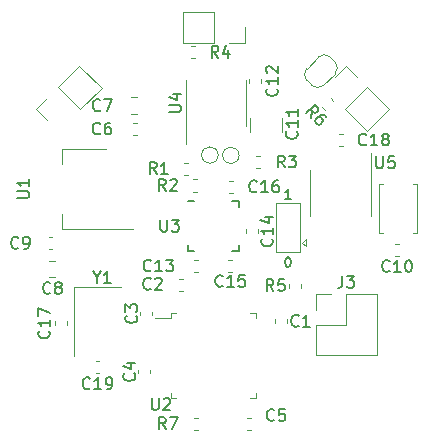
<source format=gbr>
%TF.GenerationSoftware,KiCad,Pcbnew,(5.1.6)-1*%
%TF.CreationDate,2020-09-12T21:12:53+02:00*%
%TF.ProjectId,shock absorber control + IMU v3,73686f63-6b20-4616-9273-6f7262657220,rev?*%
%TF.SameCoordinates,Original*%
%TF.FileFunction,Legend,Top*%
%TF.FilePolarity,Positive*%
%FSLAX46Y46*%
G04 Gerber Fmt 4.6, Leading zero omitted, Abs format (unit mm)*
G04 Created by KiCad (PCBNEW (5.1.6)-1) date 2020-09-12 21:12:53*
%MOMM*%
%LPD*%
G01*
G04 APERTURE LIST*
%ADD10C,0.150000*%
%ADD11C,0.120000*%
G04 APERTURE END LIST*
D10*
X151286904Y-97636904D02*
X151363095Y-97636904D01*
X151439285Y-97675000D01*
X151477380Y-97713095D01*
X151515476Y-97789285D01*
X151553571Y-97941666D01*
X151553571Y-98132142D01*
X151515476Y-98284523D01*
X151477380Y-98360714D01*
X151439285Y-98398809D01*
X151363095Y-98436904D01*
X151286904Y-98436904D01*
X151210714Y-98398809D01*
X151172619Y-98360714D01*
X151134523Y-98284523D01*
X151096428Y-98132142D01*
X151096428Y-97941666D01*
X151134523Y-97789285D01*
X151172619Y-97713095D01*
X151210714Y-97675000D01*
X151286904Y-97636904D01*
X151553571Y-92711904D02*
X151096428Y-92711904D01*
X151325000Y-92711904D02*
X151325000Y-91911904D01*
X151248809Y-92026190D01*
X151172619Y-92102380D01*
X151096428Y-92140476D01*
D11*
%TO.C,J3*%
X153670000Y-105970000D02*
X158870000Y-105970000D01*
X153670000Y-103370000D02*
X153670000Y-105970000D01*
X158870000Y-100770000D02*
X158870000Y-105970000D01*
X153670000Y-103370000D02*
X156270000Y-103370000D01*
X156270000Y-103370000D02*
X156270000Y-100770000D01*
X156270000Y-100770000D02*
X158870000Y-100770000D01*
X153670000Y-102100000D02*
X153670000Y-100770000D01*
X153670000Y-100770000D02*
X155000000Y-100770000D01*
%TO.C,R7*%
X143737779Y-112260000D02*
X143412221Y-112260000D01*
X143737779Y-111240000D02*
X143412221Y-111240000D01*
%TO.C,IN1*%
X147200000Y-89025000D02*
G75*
G03*
X147200000Y-89025000I-700000J0D01*
G01*
%TO.C,IN2*%
X145425000Y-89000000D02*
G75*
G03*
X145425000Y-89000000I-700000J0D01*
G01*
%TO.C,R3*%
X148962779Y-89100000D02*
X148637221Y-89100000D01*
X148962779Y-90120000D02*
X148637221Y-90120000D01*
%TO.C,C11*%
X150830000Y-87042064D02*
X150830000Y-85837936D01*
X148110000Y-87042064D02*
X148110000Y-85837936D01*
%TO.C,J4*%
X156182574Y-85138478D02*
X158063478Y-83257574D01*
X156182574Y-85138478D02*
X158021051Y-86976955D01*
X158021051Y-86976955D02*
X159901955Y-85096051D01*
X158063478Y-83257574D02*
X159901955Y-85096051D01*
X156225000Y-81419096D02*
X157165452Y-82359548D01*
X155284548Y-82359548D02*
X156225000Y-81419096D01*
%TO.C,J1*%
X133717427Y-85138477D02*
X131836523Y-83257573D01*
X133717427Y-85138477D02*
X135555904Y-83300000D01*
X135555904Y-83300000D02*
X133675000Y-81419096D01*
X131836523Y-83257573D02*
X133675000Y-81419096D01*
X129998045Y-85096051D02*
X130938497Y-84155599D01*
X130938497Y-86036503D02*
X129998045Y-85096051D01*
%TO.C,J2*%
X145055000Y-76845000D02*
X145055000Y-79505000D01*
X145055000Y-76845000D02*
X142455000Y-76845000D01*
X142455000Y-76845000D02*
X142455000Y-79505000D01*
X145055000Y-79505000D02*
X142455000Y-79505000D01*
X147655000Y-79505000D02*
X146325000Y-79505000D01*
X147655000Y-78175000D02*
X147655000Y-79505000D01*
%TO.C,C17*%
X132610000Y-103087221D02*
X132610000Y-103412779D01*
X131590000Y-103087221D02*
X131590000Y-103412779D01*
%TO.C,Y1*%
X137200000Y-100200000D02*
X133200000Y-100200000D01*
X133200000Y-100200000D02*
X133200000Y-106000000D01*
%TO.C,SW1*%
X162220000Y-91480000D02*
X162220000Y-95620000D01*
X159380000Y-95620000D02*
X159080000Y-95620000D01*
X159080000Y-95620000D02*
X159080000Y-91480000D01*
X161920000Y-91480000D02*
X162220000Y-91480000D01*
X159080000Y-91480000D02*
X159380000Y-91480000D01*
X162220000Y-95620000D02*
X161920000Y-95620000D01*
%TO.C,R6*%
X154447631Y-85143880D02*
X154217426Y-84913675D01*
X155168880Y-84422631D02*
X154938675Y-84192426D01*
%TO.C,JP2*%
X154897817Y-80687918D02*
X155322082Y-81112183D01*
X152917918Y-81677868D02*
X153907868Y-80687918D01*
X153342183Y-83092082D02*
X152917918Y-82667817D01*
X155322082Y-82102132D02*
X154332132Y-83092082D01*
X155322082Y-81112182D02*
G75*
G02*
X155322082Y-82102132I-494975J-494975D01*
G01*
X153907868Y-80687919D02*
G75*
G02*
X154897817Y-80687918I494975J-494974D01*
G01*
X152917918Y-82667818D02*
G75*
G02*
X152917918Y-81677868I494975J494975D01*
G01*
X154332132Y-83092081D02*
G75*
G02*
X153342183Y-83092082I-494975J494974D01*
G01*
%TO.C,U5*%
X153215000Y-92241000D02*
X153215000Y-94191000D01*
X153215000Y-92241000D02*
X153215000Y-90291000D01*
X158335000Y-92241000D02*
X158335000Y-94191000D01*
X158335000Y-92241000D02*
X158335000Y-88791000D01*
%TO.C,U4*%
X147785000Y-84575000D02*
X147785000Y-82625000D01*
X147785000Y-84575000D02*
X147785000Y-86525000D01*
X142665000Y-84575000D02*
X142665000Y-82625000D01*
X142665000Y-84575000D02*
X142665000Y-88025000D01*
%TO.C,C13*%
X143374721Y-97890000D02*
X143700279Y-97890000D01*
X143374721Y-98910000D02*
X143700279Y-98910000D01*
%TO.C,C1*%
X151235000Y-102912221D02*
X151235000Y-103237779D01*
X150215000Y-102912221D02*
X150215000Y-103237779D01*
%TO.C,C2*%
X142137221Y-100485000D02*
X142462779Y-100485000D01*
X142137221Y-99465000D02*
X142462779Y-99465000D01*
%TO.C,C3*%
X138790000Y-102575279D02*
X138790000Y-102249721D01*
X139810000Y-102575279D02*
X139810000Y-102249721D01*
%TO.C,C4*%
X139635000Y-107487779D02*
X139635000Y-107162221D01*
X138615000Y-107487779D02*
X138615000Y-107162221D01*
%TO.C,C5*%
X148200279Y-112260000D02*
X147874721Y-112260000D01*
X148200279Y-111240000D02*
X147874721Y-111240000D01*
%TO.C,C6*%
X138575279Y-86290000D02*
X138249721Y-86290000D01*
X138575279Y-87310000D02*
X138249721Y-87310000D01*
%TO.C,C7*%
X138546078Y-84115000D02*
X138028922Y-84115000D01*
X138546078Y-85535000D02*
X138028922Y-85535000D01*
%TO.C,C8*%
X131128922Y-97940000D02*
X131646078Y-97940000D01*
X131128922Y-99360000D02*
X131646078Y-99360000D01*
%TO.C,C9*%
X131062221Y-95965000D02*
X131387779Y-95965000D01*
X131062221Y-96985000D02*
X131387779Y-96985000D01*
%TO.C,C10*%
X160750279Y-96565000D02*
X160424721Y-96565000D01*
X160750279Y-97585000D02*
X160424721Y-97585000D01*
%TO.C,C12*%
X148040000Y-82562221D02*
X148040000Y-82887779D01*
X149060000Y-82562221D02*
X149060000Y-82887779D01*
%TO.C,C14*%
X147790000Y-95625279D02*
X147790000Y-95299721D01*
X148810000Y-95625279D02*
X148810000Y-95299721D01*
%TO.C,C15*%
X146287221Y-98935000D02*
X146612779Y-98935000D01*
X146287221Y-97915000D02*
X146612779Y-97915000D01*
%TO.C,C16*%
X146374721Y-91190000D02*
X146700279Y-91190000D01*
X146374721Y-92210000D02*
X146700279Y-92210000D01*
%TO.C,C18*%
X155637221Y-88235000D02*
X155962779Y-88235000D01*
X155637221Y-87215000D02*
X155962779Y-87215000D01*
%TO.C,C19*%
X135375279Y-106440000D02*
X135049721Y-106440000D01*
X135375279Y-107460000D02*
X135049721Y-107460000D01*
%TO.C,JP1*%
X150325000Y-97175000D02*
X150325000Y-93075000D01*
X150325000Y-93075000D02*
X152325000Y-93075000D01*
X152325000Y-93075000D02*
X152325000Y-97175000D01*
X152325000Y-97175000D02*
X150325000Y-97175000D01*
X152525000Y-96425000D02*
X152825000Y-96725000D01*
X152825000Y-96725000D02*
X152825000Y-96125000D01*
X152525000Y-96425000D02*
X152825000Y-96125000D01*
%TO.C,R1*%
X142524721Y-89640000D02*
X142850279Y-89640000D01*
X142524721Y-90660000D02*
X142850279Y-90660000D01*
%TO.C,R2*%
X143299721Y-92085000D02*
X143625279Y-92085000D01*
X143299721Y-91065000D02*
X143625279Y-91065000D01*
%TO.C,R4*%
X143487779Y-80810000D02*
X143162221Y-80810000D01*
X143487779Y-79790000D02*
X143162221Y-79790000D01*
%TO.C,R5*%
X152460000Y-100212779D02*
X152460000Y-99887221D01*
X151440000Y-100212779D02*
X151440000Y-99887221D01*
%TO.C,U1*%
X138175000Y-95285000D02*
X132165000Y-95285000D01*
X135925000Y-88465000D02*
X132165000Y-88465000D01*
X132165000Y-95285000D02*
X132165000Y-94025000D01*
X132165000Y-88465000D02*
X132165000Y-89725000D01*
%TO.C,U2*%
X141390000Y-102790000D02*
X140100000Y-102790000D01*
X141390000Y-102340000D02*
X141390000Y-102790000D01*
X141840000Y-102340000D02*
X141390000Y-102340000D01*
X148610000Y-102340000D02*
X148610000Y-102790000D01*
X148160000Y-102340000D02*
X148610000Y-102340000D01*
X141390000Y-109560000D02*
X141390000Y-109110000D01*
X141840000Y-109560000D02*
X141390000Y-109560000D01*
X148610000Y-109560000D02*
X148610000Y-109110000D01*
X148160000Y-109560000D02*
X148610000Y-109560000D01*
D10*
%TO.C,U3*%
X147150000Y-92850000D02*
X146625000Y-92850000D01*
X147150000Y-97150000D02*
X146625000Y-97150000D01*
X142850000Y-97150000D02*
X143375000Y-97150000D01*
X142850000Y-92850000D02*
X143375000Y-92850000D01*
X147150000Y-97150000D02*
X147150000Y-96625000D01*
X142850000Y-97150000D02*
X142850000Y-96625000D01*
X147150000Y-92850000D02*
X147150000Y-93375000D01*
%TO.C,J3*%
X155936666Y-99222380D02*
X155936666Y-99936666D01*
X155889047Y-100079523D01*
X155793809Y-100174761D01*
X155650952Y-100222380D01*
X155555714Y-100222380D01*
X156317619Y-99222380D02*
X156936666Y-99222380D01*
X156603333Y-99603333D01*
X156746190Y-99603333D01*
X156841428Y-99650952D01*
X156889047Y-99698571D01*
X156936666Y-99793809D01*
X156936666Y-100031904D01*
X156889047Y-100127142D01*
X156841428Y-100174761D01*
X156746190Y-100222380D01*
X156460476Y-100222380D01*
X156365238Y-100174761D01*
X156317619Y-100127142D01*
%TO.C,R7*%
X140983333Y-112202380D02*
X140650000Y-111726190D01*
X140411904Y-112202380D02*
X140411904Y-111202380D01*
X140792857Y-111202380D01*
X140888095Y-111250000D01*
X140935714Y-111297619D01*
X140983333Y-111392857D01*
X140983333Y-111535714D01*
X140935714Y-111630952D01*
X140888095Y-111678571D01*
X140792857Y-111726190D01*
X140411904Y-111726190D01*
X141316666Y-111202380D02*
X141983333Y-111202380D01*
X141554761Y-112202380D01*
%TO.C,R3*%
X151045833Y-90037380D02*
X150712500Y-89561190D01*
X150474404Y-90037380D02*
X150474404Y-89037380D01*
X150855357Y-89037380D01*
X150950595Y-89085000D01*
X150998214Y-89132619D01*
X151045833Y-89227857D01*
X151045833Y-89370714D01*
X150998214Y-89465952D01*
X150950595Y-89513571D01*
X150855357Y-89561190D01*
X150474404Y-89561190D01*
X151379166Y-89037380D02*
X151998214Y-89037380D01*
X151664880Y-89418333D01*
X151807738Y-89418333D01*
X151902976Y-89465952D01*
X151950595Y-89513571D01*
X151998214Y-89608809D01*
X151998214Y-89846904D01*
X151950595Y-89942142D01*
X151902976Y-89989761D01*
X151807738Y-90037380D01*
X151522023Y-90037380D01*
X151426785Y-89989761D01*
X151379166Y-89942142D01*
%TO.C,C11*%
X152057142Y-86992857D02*
X152104761Y-87040476D01*
X152152380Y-87183333D01*
X152152380Y-87278571D01*
X152104761Y-87421428D01*
X152009523Y-87516666D01*
X151914285Y-87564285D01*
X151723809Y-87611904D01*
X151580952Y-87611904D01*
X151390476Y-87564285D01*
X151295238Y-87516666D01*
X151200000Y-87421428D01*
X151152380Y-87278571D01*
X151152380Y-87183333D01*
X151200000Y-87040476D01*
X151247619Y-86992857D01*
X152152380Y-86040476D02*
X152152380Y-86611904D01*
X152152380Y-86326190D02*
X151152380Y-86326190D01*
X151295238Y-86421428D01*
X151390476Y-86516666D01*
X151438095Y-86611904D01*
X152152380Y-85088095D02*
X152152380Y-85659523D01*
X152152380Y-85373809D02*
X151152380Y-85373809D01*
X151295238Y-85469047D01*
X151390476Y-85564285D01*
X151438095Y-85659523D01*
%TO.C,C17*%
X131082142Y-103892857D02*
X131129761Y-103940476D01*
X131177380Y-104083333D01*
X131177380Y-104178571D01*
X131129761Y-104321428D01*
X131034523Y-104416666D01*
X130939285Y-104464285D01*
X130748809Y-104511904D01*
X130605952Y-104511904D01*
X130415476Y-104464285D01*
X130320238Y-104416666D01*
X130225000Y-104321428D01*
X130177380Y-104178571D01*
X130177380Y-104083333D01*
X130225000Y-103940476D01*
X130272619Y-103892857D01*
X131177380Y-102940476D02*
X131177380Y-103511904D01*
X131177380Y-103226190D02*
X130177380Y-103226190D01*
X130320238Y-103321428D01*
X130415476Y-103416666D01*
X130463095Y-103511904D01*
X130177380Y-102607142D02*
X130177380Y-101940476D01*
X131177380Y-102369047D01*
%TO.C,Y1*%
X135148809Y-99351190D02*
X135148809Y-99827380D01*
X134815476Y-98827380D02*
X135148809Y-99351190D01*
X135482142Y-98827380D01*
X136339285Y-99827380D02*
X135767857Y-99827380D01*
X136053571Y-99827380D02*
X136053571Y-98827380D01*
X135958333Y-98970238D01*
X135863095Y-99065476D01*
X135767857Y-99113095D01*
%TO.C,R6*%
X153280420Y-85845183D02*
X153381435Y-85272763D01*
X152876359Y-85441122D02*
X153583465Y-84734015D01*
X153852840Y-85003389D01*
X153886511Y-85104404D01*
X153886511Y-85171748D01*
X153852840Y-85272763D01*
X153751824Y-85373778D01*
X153650809Y-85407450D01*
X153583465Y-85407450D01*
X153482450Y-85373778D01*
X153213076Y-85104404D01*
X154593618Y-85744168D02*
X154458931Y-85609481D01*
X154357916Y-85575809D01*
X154290572Y-85575809D01*
X154122214Y-85609481D01*
X153953855Y-85710496D01*
X153684481Y-85979870D01*
X153650809Y-86080885D01*
X153650809Y-86148229D01*
X153684481Y-86249244D01*
X153819168Y-86383931D01*
X153920183Y-86417603D01*
X153987527Y-86417603D01*
X154088542Y-86383931D01*
X154256901Y-86215572D01*
X154290572Y-86114557D01*
X154290572Y-86047214D01*
X154256901Y-85946198D01*
X154122214Y-85811511D01*
X154021198Y-85777840D01*
X153953855Y-85777840D01*
X153852840Y-85811511D01*
%TO.C,U5*%
X158813095Y-89118380D02*
X158813095Y-89927904D01*
X158860714Y-90023142D01*
X158908333Y-90070761D01*
X159003571Y-90118380D01*
X159194047Y-90118380D01*
X159289285Y-90070761D01*
X159336904Y-90023142D01*
X159384523Y-89927904D01*
X159384523Y-89118380D01*
X160336904Y-89118380D02*
X159860714Y-89118380D01*
X159813095Y-89594571D01*
X159860714Y-89546952D01*
X159955952Y-89499333D01*
X160194047Y-89499333D01*
X160289285Y-89546952D01*
X160336904Y-89594571D01*
X160384523Y-89689809D01*
X160384523Y-89927904D01*
X160336904Y-90023142D01*
X160289285Y-90070761D01*
X160194047Y-90118380D01*
X159955952Y-90118380D01*
X159860714Y-90070761D01*
X159813095Y-90023142D01*
%TO.C,U4*%
X141277380Y-85336904D02*
X142086904Y-85336904D01*
X142182142Y-85289285D01*
X142229761Y-85241666D01*
X142277380Y-85146428D01*
X142277380Y-84955952D01*
X142229761Y-84860714D01*
X142182142Y-84813095D01*
X142086904Y-84765476D01*
X141277380Y-84765476D01*
X141610714Y-83860714D02*
X142277380Y-83860714D01*
X141229761Y-84098809D02*
X141944047Y-84336904D01*
X141944047Y-83717857D01*
%TO.C,C13*%
X139732142Y-98757142D02*
X139684523Y-98804761D01*
X139541666Y-98852380D01*
X139446428Y-98852380D01*
X139303571Y-98804761D01*
X139208333Y-98709523D01*
X139160714Y-98614285D01*
X139113095Y-98423809D01*
X139113095Y-98280952D01*
X139160714Y-98090476D01*
X139208333Y-97995238D01*
X139303571Y-97900000D01*
X139446428Y-97852380D01*
X139541666Y-97852380D01*
X139684523Y-97900000D01*
X139732142Y-97947619D01*
X140684523Y-98852380D02*
X140113095Y-98852380D01*
X140398809Y-98852380D02*
X140398809Y-97852380D01*
X140303571Y-97995238D01*
X140208333Y-98090476D01*
X140113095Y-98138095D01*
X141017857Y-97852380D02*
X141636904Y-97852380D01*
X141303571Y-98233333D01*
X141446428Y-98233333D01*
X141541666Y-98280952D01*
X141589285Y-98328571D01*
X141636904Y-98423809D01*
X141636904Y-98661904D01*
X141589285Y-98757142D01*
X141541666Y-98804761D01*
X141446428Y-98852380D01*
X141160714Y-98852380D01*
X141065476Y-98804761D01*
X141017857Y-98757142D01*
%TO.C,C1*%
X152233333Y-103432142D02*
X152185714Y-103479761D01*
X152042857Y-103527380D01*
X151947619Y-103527380D01*
X151804761Y-103479761D01*
X151709523Y-103384523D01*
X151661904Y-103289285D01*
X151614285Y-103098809D01*
X151614285Y-102955952D01*
X151661904Y-102765476D01*
X151709523Y-102670238D01*
X151804761Y-102575000D01*
X151947619Y-102527380D01*
X152042857Y-102527380D01*
X152185714Y-102575000D01*
X152233333Y-102622619D01*
X153185714Y-103527380D02*
X152614285Y-103527380D01*
X152900000Y-103527380D02*
X152900000Y-102527380D01*
X152804761Y-102670238D01*
X152709523Y-102765476D01*
X152614285Y-102813095D01*
%TO.C,C2*%
X139708333Y-100307142D02*
X139660714Y-100354761D01*
X139517857Y-100402380D01*
X139422619Y-100402380D01*
X139279761Y-100354761D01*
X139184523Y-100259523D01*
X139136904Y-100164285D01*
X139089285Y-99973809D01*
X139089285Y-99830952D01*
X139136904Y-99640476D01*
X139184523Y-99545238D01*
X139279761Y-99450000D01*
X139422619Y-99402380D01*
X139517857Y-99402380D01*
X139660714Y-99450000D01*
X139708333Y-99497619D01*
X140089285Y-99497619D02*
X140136904Y-99450000D01*
X140232142Y-99402380D01*
X140470238Y-99402380D01*
X140565476Y-99450000D01*
X140613095Y-99497619D01*
X140660714Y-99592857D01*
X140660714Y-99688095D01*
X140613095Y-99830952D01*
X140041666Y-100402380D01*
X140660714Y-100402380D01*
%TO.C,C3*%
X138482142Y-102591666D02*
X138529761Y-102639285D01*
X138577380Y-102782142D01*
X138577380Y-102877380D01*
X138529761Y-103020238D01*
X138434523Y-103115476D01*
X138339285Y-103163095D01*
X138148809Y-103210714D01*
X138005952Y-103210714D01*
X137815476Y-103163095D01*
X137720238Y-103115476D01*
X137625000Y-103020238D01*
X137577380Y-102877380D01*
X137577380Y-102782142D01*
X137625000Y-102639285D01*
X137672619Y-102591666D01*
X137577380Y-102258333D02*
X137577380Y-101639285D01*
X137958333Y-101972619D01*
X137958333Y-101829761D01*
X138005952Y-101734523D01*
X138053571Y-101686904D01*
X138148809Y-101639285D01*
X138386904Y-101639285D01*
X138482142Y-101686904D01*
X138529761Y-101734523D01*
X138577380Y-101829761D01*
X138577380Y-102115476D01*
X138529761Y-102210714D01*
X138482142Y-102258333D01*
%TO.C,C4*%
X138307142Y-107491666D02*
X138354761Y-107539285D01*
X138402380Y-107682142D01*
X138402380Y-107777380D01*
X138354761Y-107920238D01*
X138259523Y-108015476D01*
X138164285Y-108063095D01*
X137973809Y-108110714D01*
X137830952Y-108110714D01*
X137640476Y-108063095D01*
X137545238Y-108015476D01*
X137450000Y-107920238D01*
X137402380Y-107777380D01*
X137402380Y-107682142D01*
X137450000Y-107539285D01*
X137497619Y-107491666D01*
X137735714Y-106634523D02*
X138402380Y-106634523D01*
X137354761Y-106872619D02*
X138069047Y-107110714D01*
X138069047Y-106491666D01*
%TO.C,C5*%
X150158333Y-111407142D02*
X150110714Y-111454761D01*
X149967857Y-111502380D01*
X149872619Y-111502380D01*
X149729761Y-111454761D01*
X149634523Y-111359523D01*
X149586904Y-111264285D01*
X149539285Y-111073809D01*
X149539285Y-110930952D01*
X149586904Y-110740476D01*
X149634523Y-110645238D01*
X149729761Y-110550000D01*
X149872619Y-110502380D01*
X149967857Y-110502380D01*
X150110714Y-110550000D01*
X150158333Y-110597619D01*
X151063095Y-110502380D02*
X150586904Y-110502380D01*
X150539285Y-110978571D01*
X150586904Y-110930952D01*
X150682142Y-110883333D01*
X150920238Y-110883333D01*
X151015476Y-110930952D01*
X151063095Y-110978571D01*
X151110714Y-111073809D01*
X151110714Y-111311904D01*
X151063095Y-111407142D01*
X151015476Y-111454761D01*
X150920238Y-111502380D01*
X150682142Y-111502380D01*
X150586904Y-111454761D01*
X150539285Y-111407142D01*
%TO.C,C6*%
X135433333Y-87157142D02*
X135385714Y-87204761D01*
X135242857Y-87252380D01*
X135147619Y-87252380D01*
X135004761Y-87204761D01*
X134909523Y-87109523D01*
X134861904Y-87014285D01*
X134814285Y-86823809D01*
X134814285Y-86680952D01*
X134861904Y-86490476D01*
X134909523Y-86395238D01*
X135004761Y-86300000D01*
X135147619Y-86252380D01*
X135242857Y-86252380D01*
X135385714Y-86300000D01*
X135433333Y-86347619D01*
X136290476Y-86252380D02*
X136100000Y-86252380D01*
X136004761Y-86300000D01*
X135957142Y-86347619D01*
X135861904Y-86490476D01*
X135814285Y-86680952D01*
X135814285Y-87061904D01*
X135861904Y-87157142D01*
X135909523Y-87204761D01*
X136004761Y-87252380D01*
X136195238Y-87252380D01*
X136290476Y-87204761D01*
X136338095Y-87157142D01*
X136385714Y-87061904D01*
X136385714Y-86823809D01*
X136338095Y-86728571D01*
X136290476Y-86680952D01*
X136195238Y-86633333D01*
X136004761Y-86633333D01*
X135909523Y-86680952D01*
X135861904Y-86728571D01*
X135814285Y-86823809D01*
%TO.C,C7*%
X135433333Y-85182142D02*
X135385714Y-85229761D01*
X135242857Y-85277380D01*
X135147619Y-85277380D01*
X135004761Y-85229761D01*
X134909523Y-85134523D01*
X134861904Y-85039285D01*
X134814285Y-84848809D01*
X134814285Y-84705952D01*
X134861904Y-84515476D01*
X134909523Y-84420238D01*
X135004761Y-84325000D01*
X135147619Y-84277380D01*
X135242857Y-84277380D01*
X135385714Y-84325000D01*
X135433333Y-84372619D01*
X135766666Y-84277380D02*
X136433333Y-84277380D01*
X136004761Y-85277380D01*
%TO.C,C8*%
X131208333Y-100657142D02*
X131160714Y-100704761D01*
X131017857Y-100752380D01*
X130922619Y-100752380D01*
X130779761Y-100704761D01*
X130684523Y-100609523D01*
X130636904Y-100514285D01*
X130589285Y-100323809D01*
X130589285Y-100180952D01*
X130636904Y-99990476D01*
X130684523Y-99895238D01*
X130779761Y-99800000D01*
X130922619Y-99752380D01*
X131017857Y-99752380D01*
X131160714Y-99800000D01*
X131208333Y-99847619D01*
X131779761Y-100180952D02*
X131684523Y-100133333D01*
X131636904Y-100085714D01*
X131589285Y-99990476D01*
X131589285Y-99942857D01*
X131636904Y-99847619D01*
X131684523Y-99800000D01*
X131779761Y-99752380D01*
X131970238Y-99752380D01*
X132065476Y-99800000D01*
X132113095Y-99847619D01*
X132160714Y-99942857D01*
X132160714Y-99990476D01*
X132113095Y-100085714D01*
X132065476Y-100133333D01*
X131970238Y-100180952D01*
X131779761Y-100180952D01*
X131684523Y-100228571D01*
X131636904Y-100276190D01*
X131589285Y-100371428D01*
X131589285Y-100561904D01*
X131636904Y-100657142D01*
X131684523Y-100704761D01*
X131779761Y-100752380D01*
X131970238Y-100752380D01*
X132065476Y-100704761D01*
X132113095Y-100657142D01*
X132160714Y-100561904D01*
X132160714Y-100371428D01*
X132113095Y-100276190D01*
X132065476Y-100228571D01*
X131970238Y-100180952D01*
%TO.C,C9*%
X128508333Y-96832142D02*
X128460714Y-96879761D01*
X128317857Y-96927380D01*
X128222619Y-96927380D01*
X128079761Y-96879761D01*
X127984523Y-96784523D01*
X127936904Y-96689285D01*
X127889285Y-96498809D01*
X127889285Y-96355952D01*
X127936904Y-96165476D01*
X127984523Y-96070238D01*
X128079761Y-95975000D01*
X128222619Y-95927380D01*
X128317857Y-95927380D01*
X128460714Y-95975000D01*
X128508333Y-96022619D01*
X128984523Y-96927380D02*
X129175000Y-96927380D01*
X129270238Y-96879761D01*
X129317857Y-96832142D01*
X129413095Y-96689285D01*
X129460714Y-96498809D01*
X129460714Y-96117857D01*
X129413095Y-96022619D01*
X129365476Y-95975000D01*
X129270238Y-95927380D01*
X129079761Y-95927380D01*
X128984523Y-95975000D01*
X128936904Y-96022619D01*
X128889285Y-96117857D01*
X128889285Y-96355952D01*
X128936904Y-96451190D01*
X128984523Y-96498809D01*
X129079761Y-96546428D01*
X129270238Y-96546428D01*
X129365476Y-96498809D01*
X129413095Y-96451190D01*
X129460714Y-96355952D01*
%TO.C,C10*%
X159932142Y-98807142D02*
X159884523Y-98854761D01*
X159741666Y-98902380D01*
X159646428Y-98902380D01*
X159503571Y-98854761D01*
X159408333Y-98759523D01*
X159360714Y-98664285D01*
X159313095Y-98473809D01*
X159313095Y-98330952D01*
X159360714Y-98140476D01*
X159408333Y-98045238D01*
X159503571Y-97950000D01*
X159646428Y-97902380D01*
X159741666Y-97902380D01*
X159884523Y-97950000D01*
X159932142Y-97997619D01*
X160884523Y-98902380D02*
X160313095Y-98902380D01*
X160598809Y-98902380D02*
X160598809Y-97902380D01*
X160503571Y-98045238D01*
X160408333Y-98140476D01*
X160313095Y-98188095D01*
X161503571Y-97902380D02*
X161598809Y-97902380D01*
X161694047Y-97950000D01*
X161741666Y-97997619D01*
X161789285Y-98092857D01*
X161836904Y-98283333D01*
X161836904Y-98521428D01*
X161789285Y-98711904D01*
X161741666Y-98807142D01*
X161694047Y-98854761D01*
X161598809Y-98902380D01*
X161503571Y-98902380D01*
X161408333Y-98854761D01*
X161360714Y-98807142D01*
X161313095Y-98711904D01*
X161265476Y-98521428D01*
X161265476Y-98283333D01*
X161313095Y-98092857D01*
X161360714Y-97997619D01*
X161408333Y-97950000D01*
X161503571Y-97902380D01*
%TO.C,C12*%
X150382142Y-83367857D02*
X150429761Y-83415476D01*
X150477380Y-83558333D01*
X150477380Y-83653571D01*
X150429761Y-83796428D01*
X150334523Y-83891666D01*
X150239285Y-83939285D01*
X150048809Y-83986904D01*
X149905952Y-83986904D01*
X149715476Y-83939285D01*
X149620238Y-83891666D01*
X149525000Y-83796428D01*
X149477380Y-83653571D01*
X149477380Y-83558333D01*
X149525000Y-83415476D01*
X149572619Y-83367857D01*
X150477380Y-82415476D02*
X150477380Y-82986904D01*
X150477380Y-82701190D02*
X149477380Y-82701190D01*
X149620238Y-82796428D01*
X149715476Y-82891666D01*
X149763095Y-82986904D01*
X149572619Y-82034523D02*
X149525000Y-81986904D01*
X149477380Y-81891666D01*
X149477380Y-81653571D01*
X149525000Y-81558333D01*
X149572619Y-81510714D01*
X149667857Y-81463095D01*
X149763095Y-81463095D01*
X149905952Y-81510714D01*
X150477380Y-82082142D01*
X150477380Y-81463095D01*
%TO.C,C14*%
X149957142Y-96092857D02*
X150004761Y-96140476D01*
X150052380Y-96283333D01*
X150052380Y-96378571D01*
X150004761Y-96521428D01*
X149909523Y-96616666D01*
X149814285Y-96664285D01*
X149623809Y-96711904D01*
X149480952Y-96711904D01*
X149290476Y-96664285D01*
X149195238Y-96616666D01*
X149100000Y-96521428D01*
X149052380Y-96378571D01*
X149052380Y-96283333D01*
X149100000Y-96140476D01*
X149147619Y-96092857D01*
X150052380Y-95140476D02*
X150052380Y-95711904D01*
X150052380Y-95426190D02*
X149052380Y-95426190D01*
X149195238Y-95521428D01*
X149290476Y-95616666D01*
X149338095Y-95711904D01*
X149385714Y-94283333D02*
X150052380Y-94283333D01*
X149004761Y-94521428D02*
X149719047Y-94759523D01*
X149719047Y-94140476D01*
%TO.C,C15*%
X145807142Y-100057142D02*
X145759523Y-100104761D01*
X145616666Y-100152380D01*
X145521428Y-100152380D01*
X145378571Y-100104761D01*
X145283333Y-100009523D01*
X145235714Y-99914285D01*
X145188095Y-99723809D01*
X145188095Y-99580952D01*
X145235714Y-99390476D01*
X145283333Y-99295238D01*
X145378571Y-99200000D01*
X145521428Y-99152380D01*
X145616666Y-99152380D01*
X145759523Y-99200000D01*
X145807142Y-99247619D01*
X146759523Y-100152380D02*
X146188095Y-100152380D01*
X146473809Y-100152380D02*
X146473809Y-99152380D01*
X146378571Y-99295238D01*
X146283333Y-99390476D01*
X146188095Y-99438095D01*
X147664285Y-99152380D02*
X147188095Y-99152380D01*
X147140476Y-99628571D01*
X147188095Y-99580952D01*
X147283333Y-99533333D01*
X147521428Y-99533333D01*
X147616666Y-99580952D01*
X147664285Y-99628571D01*
X147711904Y-99723809D01*
X147711904Y-99961904D01*
X147664285Y-100057142D01*
X147616666Y-100104761D01*
X147521428Y-100152380D01*
X147283333Y-100152380D01*
X147188095Y-100104761D01*
X147140476Y-100057142D01*
%TO.C,C16*%
X148682142Y-92057142D02*
X148634523Y-92104761D01*
X148491666Y-92152380D01*
X148396428Y-92152380D01*
X148253571Y-92104761D01*
X148158333Y-92009523D01*
X148110714Y-91914285D01*
X148063095Y-91723809D01*
X148063095Y-91580952D01*
X148110714Y-91390476D01*
X148158333Y-91295238D01*
X148253571Y-91200000D01*
X148396428Y-91152380D01*
X148491666Y-91152380D01*
X148634523Y-91200000D01*
X148682142Y-91247619D01*
X149634523Y-92152380D02*
X149063095Y-92152380D01*
X149348809Y-92152380D02*
X149348809Y-91152380D01*
X149253571Y-91295238D01*
X149158333Y-91390476D01*
X149063095Y-91438095D01*
X150491666Y-91152380D02*
X150301190Y-91152380D01*
X150205952Y-91200000D01*
X150158333Y-91247619D01*
X150063095Y-91390476D01*
X150015476Y-91580952D01*
X150015476Y-91961904D01*
X150063095Y-92057142D01*
X150110714Y-92104761D01*
X150205952Y-92152380D01*
X150396428Y-92152380D01*
X150491666Y-92104761D01*
X150539285Y-92057142D01*
X150586904Y-91961904D01*
X150586904Y-91723809D01*
X150539285Y-91628571D01*
X150491666Y-91580952D01*
X150396428Y-91533333D01*
X150205952Y-91533333D01*
X150110714Y-91580952D01*
X150063095Y-91628571D01*
X150015476Y-91723809D01*
%TO.C,C18*%
X157957142Y-88082142D02*
X157909523Y-88129761D01*
X157766666Y-88177380D01*
X157671428Y-88177380D01*
X157528571Y-88129761D01*
X157433333Y-88034523D01*
X157385714Y-87939285D01*
X157338095Y-87748809D01*
X157338095Y-87605952D01*
X157385714Y-87415476D01*
X157433333Y-87320238D01*
X157528571Y-87225000D01*
X157671428Y-87177380D01*
X157766666Y-87177380D01*
X157909523Y-87225000D01*
X157957142Y-87272619D01*
X158909523Y-88177380D02*
X158338095Y-88177380D01*
X158623809Y-88177380D02*
X158623809Y-87177380D01*
X158528571Y-87320238D01*
X158433333Y-87415476D01*
X158338095Y-87463095D01*
X159480952Y-87605952D02*
X159385714Y-87558333D01*
X159338095Y-87510714D01*
X159290476Y-87415476D01*
X159290476Y-87367857D01*
X159338095Y-87272619D01*
X159385714Y-87225000D01*
X159480952Y-87177380D01*
X159671428Y-87177380D01*
X159766666Y-87225000D01*
X159814285Y-87272619D01*
X159861904Y-87367857D01*
X159861904Y-87415476D01*
X159814285Y-87510714D01*
X159766666Y-87558333D01*
X159671428Y-87605952D01*
X159480952Y-87605952D01*
X159385714Y-87653571D01*
X159338095Y-87701190D01*
X159290476Y-87796428D01*
X159290476Y-87986904D01*
X159338095Y-88082142D01*
X159385714Y-88129761D01*
X159480952Y-88177380D01*
X159671428Y-88177380D01*
X159766666Y-88129761D01*
X159814285Y-88082142D01*
X159861904Y-87986904D01*
X159861904Y-87796428D01*
X159814285Y-87701190D01*
X159766666Y-87653571D01*
X159671428Y-87605952D01*
%TO.C,C19*%
X134569642Y-108737142D02*
X134522023Y-108784761D01*
X134379166Y-108832380D01*
X134283928Y-108832380D01*
X134141071Y-108784761D01*
X134045833Y-108689523D01*
X133998214Y-108594285D01*
X133950595Y-108403809D01*
X133950595Y-108260952D01*
X133998214Y-108070476D01*
X134045833Y-107975238D01*
X134141071Y-107880000D01*
X134283928Y-107832380D01*
X134379166Y-107832380D01*
X134522023Y-107880000D01*
X134569642Y-107927619D01*
X135522023Y-108832380D02*
X134950595Y-108832380D01*
X135236309Y-108832380D02*
X135236309Y-107832380D01*
X135141071Y-107975238D01*
X135045833Y-108070476D01*
X134950595Y-108118095D01*
X135998214Y-108832380D02*
X136188690Y-108832380D01*
X136283928Y-108784761D01*
X136331547Y-108737142D01*
X136426785Y-108594285D01*
X136474404Y-108403809D01*
X136474404Y-108022857D01*
X136426785Y-107927619D01*
X136379166Y-107880000D01*
X136283928Y-107832380D01*
X136093452Y-107832380D01*
X135998214Y-107880000D01*
X135950595Y-107927619D01*
X135902976Y-108022857D01*
X135902976Y-108260952D01*
X135950595Y-108356190D01*
X135998214Y-108403809D01*
X136093452Y-108451428D01*
X136283928Y-108451428D01*
X136379166Y-108403809D01*
X136426785Y-108356190D01*
X136474404Y-108260952D01*
%TO.C,R1*%
X140208333Y-90602380D02*
X139875000Y-90126190D01*
X139636904Y-90602380D02*
X139636904Y-89602380D01*
X140017857Y-89602380D01*
X140113095Y-89650000D01*
X140160714Y-89697619D01*
X140208333Y-89792857D01*
X140208333Y-89935714D01*
X140160714Y-90030952D01*
X140113095Y-90078571D01*
X140017857Y-90126190D01*
X139636904Y-90126190D01*
X141160714Y-90602380D02*
X140589285Y-90602380D01*
X140875000Y-90602380D02*
X140875000Y-89602380D01*
X140779761Y-89745238D01*
X140684523Y-89840476D01*
X140589285Y-89888095D01*
%TO.C,R2*%
X140970833Y-92027380D02*
X140637500Y-91551190D01*
X140399404Y-92027380D02*
X140399404Y-91027380D01*
X140780357Y-91027380D01*
X140875595Y-91075000D01*
X140923214Y-91122619D01*
X140970833Y-91217857D01*
X140970833Y-91360714D01*
X140923214Y-91455952D01*
X140875595Y-91503571D01*
X140780357Y-91551190D01*
X140399404Y-91551190D01*
X141351785Y-91122619D02*
X141399404Y-91075000D01*
X141494642Y-91027380D01*
X141732738Y-91027380D01*
X141827976Y-91075000D01*
X141875595Y-91122619D01*
X141923214Y-91217857D01*
X141923214Y-91313095D01*
X141875595Y-91455952D01*
X141304166Y-92027380D01*
X141923214Y-92027380D01*
%TO.C,R4*%
X145433333Y-80752380D02*
X145100000Y-80276190D01*
X144861904Y-80752380D02*
X144861904Y-79752380D01*
X145242857Y-79752380D01*
X145338095Y-79800000D01*
X145385714Y-79847619D01*
X145433333Y-79942857D01*
X145433333Y-80085714D01*
X145385714Y-80180952D01*
X145338095Y-80228571D01*
X145242857Y-80276190D01*
X144861904Y-80276190D01*
X146290476Y-80085714D02*
X146290476Y-80752380D01*
X146052380Y-79704761D02*
X145814285Y-80419047D01*
X146433333Y-80419047D01*
%TO.C,R5*%
X150108333Y-100502380D02*
X149775000Y-100026190D01*
X149536904Y-100502380D02*
X149536904Y-99502380D01*
X149917857Y-99502380D01*
X150013095Y-99550000D01*
X150060714Y-99597619D01*
X150108333Y-99692857D01*
X150108333Y-99835714D01*
X150060714Y-99930952D01*
X150013095Y-99978571D01*
X149917857Y-100026190D01*
X149536904Y-100026190D01*
X151013095Y-99502380D02*
X150536904Y-99502380D01*
X150489285Y-99978571D01*
X150536904Y-99930952D01*
X150632142Y-99883333D01*
X150870238Y-99883333D01*
X150965476Y-99930952D01*
X151013095Y-99978571D01*
X151060714Y-100073809D01*
X151060714Y-100311904D01*
X151013095Y-100407142D01*
X150965476Y-100454761D01*
X150870238Y-100502380D01*
X150632142Y-100502380D01*
X150536904Y-100454761D01*
X150489285Y-100407142D01*
%TO.C,U1*%
X128427380Y-92636904D02*
X129236904Y-92636904D01*
X129332142Y-92589285D01*
X129379761Y-92541666D01*
X129427380Y-92446428D01*
X129427380Y-92255952D01*
X129379761Y-92160714D01*
X129332142Y-92113095D01*
X129236904Y-92065476D01*
X128427380Y-92065476D01*
X129427380Y-91065476D02*
X129427380Y-91636904D01*
X129427380Y-91351190D02*
X128427380Y-91351190D01*
X128570238Y-91446428D01*
X128665476Y-91541666D01*
X128713095Y-91636904D01*
%TO.C,U2*%
X139813095Y-109577380D02*
X139813095Y-110386904D01*
X139860714Y-110482142D01*
X139908333Y-110529761D01*
X140003571Y-110577380D01*
X140194047Y-110577380D01*
X140289285Y-110529761D01*
X140336904Y-110482142D01*
X140384523Y-110386904D01*
X140384523Y-109577380D01*
X140813095Y-109672619D02*
X140860714Y-109625000D01*
X140955952Y-109577380D01*
X141194047Y-109577380D01*
X141289285Y-109625000D01*
X141336904Y-109672619D01*
X141384523Y-109767857D01*
X141384523Y-109863095D01*
X141336904Y-110005952D01*
X140765476Y-110577380D01*
X141384523Y-110577380D01*
%TO.C,U3*%
X140538095Y-94477380D02*
X140538095Y-95286904D01*
X140585714Y-95382142D01*
X140633333Y-95429761D01*
X140728571Y-95477380D01*
X140919047Y-95477380D01*
X141014285Y-95429761D01*
X141061904Y-95382142D01*
X141109523Y-95286904D01*
X141109523Y-94477380D01*
X141490476Y-94477380D02*
X142109523Y-94477380D01*
X141776190Y-94858333D01*
X141919047Y-94858333D01*
X142014285Y-94905952D01*
X142061904Y-94953571D01*
X142109523Y-95048809D01*
X142109523Y-95286904D01*
X142061904Y-95382142D01*
X142014285Y-95429761D01*
X141919047Y-95477380D01*
X141633333Y-95477380D01*
X141538095Y-95429761D01*
X141490476Y-95382142D01*
%TD*%
M02*

</source>
